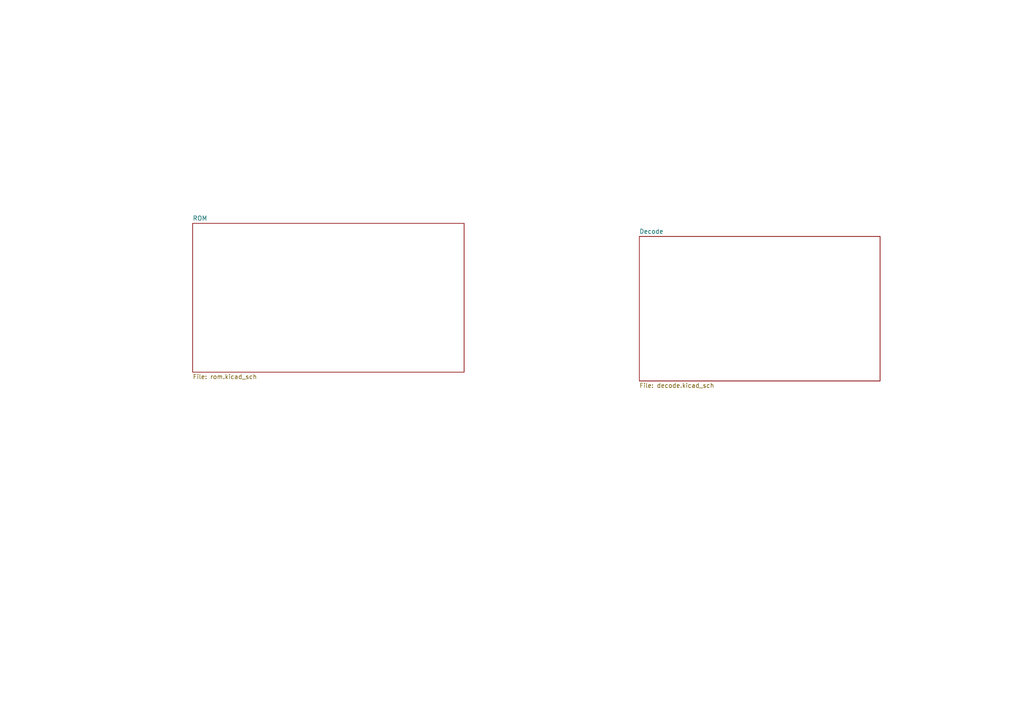
<source format=kicad_sch>
(kicad_sch (version 20230121) (generator eeschema)
  (paper "A4")
  (lib_symbols)
  (sheet (at 185.42 68.58) (size 69.85 41.91) (stroke (width 0.1524))
    (property "Sheetname" "Decode" (at 185.42 67.8684 0) (effects (justify left bottom)))
    (property "Sheetfile" "decode.kicad_sch" (at 185.42 111.0746 0) (effects (justify left top)))
  )
  (sheet (at 55.88 64.77) (size 78.74 43.18) (stroke (width 0.1524))
    (property "Sheetname" "ROM" (at 55.88 64.0584 0) (effects (justify left bottom)))
    (property "Sheetfile" "rom.kicad_sch" (at 55.88 108.5346 0) (effects (justify left top)))
  )
)
</source>
